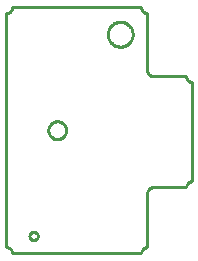
<source format=gbr>
G04 EAGLE Gerber RS-274X export*
G75*
%MOMM*%
%FSLAX34Y34*%
%LPD*%
%IN*%
%IPPOS*%
%AMOC8*
5,1,8,0,0,1.08239X$1,22.5*%
G01*
%ADD10C,0.254000*%


D10*
X0Y5080D02*
X443Y5061D01*
X882Y5003D01*
X1315Y4907D01*
X1737Y4774D01*
X2147Y4604D01*
X2540Y4399D01*
X2914Y4161D01*
X3265Y3892D01*
X3592Y3592D01*
X3892Y3265D01*
X4161Y2914D01*
X4399Y2540D01*
X4604Y2147D01*
X4774Y1737D01*
X4907Y1315D01*
X5003Y882D01*
X5061Y443D01*
X5080Y0D01*
X114300Y0D01*
X114319Y443D01*
X114377Y882D01*
X114473Y1315D01*
X114606Y1737D01*
X114776Y2147D01*
X114981Y2540D01*
X115219Y2914D01*
X115489Y3265D01*
X115788Y3592D01*
X116115Y3892D01*
X116466Y4161D01*
X116840Y4399D01*
X117233Y4604D01*
X117643Y4774D01*
X118065Y4907D01*
X118498Y5003D01*
X118937Y5061D01*
X119380Y5080D01*
X119380Y50800D01*
X119399Y51243D01*
X119457Y51682D01*
X119553Y52115D01*
X119686Y52537D01*
X119856Y52947D01*
X120061Y53340D01*
X120299Y53714D01*
X120569Y54065D01*
X120868Y54392D01*
X121195Y54692D01*
X121546Y54961D01*
X121920Y55199D01*
X122313Y55404D01*
X122723Y55574D01*
X123145Y55707D01*
X123578Y55803D01*
X124017Y55861D01*
X124460Y55880D01*
X152400Y55880D01*
X152419Y56323D01*
X152477Y56762D01*
X152573Y57195D01*
X152706Y57617D01*
X152876Y58027D01*
X153081Y58420D01*
X153319Y58794D01*
X153589Y59145D01*
X153888Y59472D01*
X154215Y59772D01*
X154566Y60041D01*
X154940Y60279D01*
X155333Y60484D01*
X155743Y60654D01*
X156165Y60787D01*
X156598Y60883D01*
X157037Y60941D01*
X157480Y60960D01*
X157480Y144780D01*
X157037Y144799D01*
X156598Y144857D01*
X156165Y144953D01*
X155743Y145086D01*
X155333Y145256D01*
X154940Y145461D01*
X154566Y145699D01*
X154215Y145969D01*
X153888Y146268D01*
X153589Y146595D01*
X153319Y146946D01*
X153081Y147320D01*
X152876Y147713D01*
X152706Y148123D01*
X152573Y148545D01*
X152477Y148978D01*
X152419Y149417D01*
X152400Y149860D01*
X124460Y149860D01*
X124017Y149879D01*
X123578Y149937D01*
X123145Y150033D01*
X122723Y150166D01*
X122313Y150336D01*
X121920Y150541D01*
X121546Y150779D01*
X121195Y151049D01*
X120868Y151348D01*
X120569Y151675D01*
X120299Y152026D01*
X120061Y152400D01*
X119856Y152793D01*
X119686Y153203D01*
X119553Y153625D01*
X119457Y154058D01*
X119399Y154497D01*
X119380Y154940D01*
X119380Y203200D01*
X118937Y203219D01*
X118498Y203277D01*
X118065Y203373D01*
X117643Y203506D01*
X117233Y203676D01*
X116840Y203881D01*
X116466Y204119D01*
X116115Y204389D01*
X115788Y204688D01*
X115489Y205015D01*
X115219Y205366D01*
X114981Y205740D01*
X114776Y206133D01*
X114606Y206543D01*
X114473Y206965D01*
X114377Y207398D01*
X114319Y207837D01*
X114300Y208280D01*
X5080Y208280D01*
X5061Y207837D01*
X5003Y207398D01*
X4907Y206965D01*
X4774Y206543D01*
X4604Y206133D01*
X4399Y205740D01*
X4161Y205366D01*
X3892Y205015D01*
X3592Y204688D01*
X3265Y204389D01*
X2914Y204119D01*
X2540Y203881D01*
X2147Y203676D01*
X1737Y203506D01*
X1315Y203373D01*
X882Y203277D01*
X443Y203219D01*
X0Y203200D01*
X0Y5080D01*
X107020Y185007D02*
X106955Y184185D01*
X106826Y183370D01*
X106634Y182568D01*
X106379Y181783D01*
X106063Y181021D01*
X105688Y180286D01*
X105257Y179582D01*
X104772Y178915D01*
X104236Y178287D01*
X103653Y177704D01*
X103026Y177168D01*
X102358Y176683D01*
X101654Y176252D01*
X100919Y175877D01*
X100157Y175561D01*
X99372Y175306D01*
X98570Y175114D01*
X97755Y174985D01*
X96933Y174920D01*
X96107Y174920D01*
X95285Y174985D01*
X94470Y175114D01*
X93668Y175306D01*
X92883Y175561D01*
X92121Y175877D01*
X91386Y176252D01*
X90682Y176683D01*
X90015Y177168D01*
X89387Y177704D01*
X88804Y178287D01*
X88268Y178915D01*
X87783Y179582D01*
X87352Y180286D01*
X86977Y181021D01*
X86661Y181783D01*
X86406Y182568D01*
X86214Y183370D01*
X86085Y184185D01*
X86020Y185007D01*
X86020Y185833D01*
X86085Y186655D01*
X86214Y187470D01*
X86406Y188272D01*
X86661Y189057D01*
X86977Y189819D01*
X87352Y190554D01*
X87783Y191258D01*
X88268Y191926D01*
X88804Y192553D01*
X89387Y193136D01*
X90015Y193672D01*
X90682Y194157D01*
X91386Y194588D01*
X92121Y194963D01*
X92883Y195279D01*
X93668Y195534D01*
X94470Y195726D01*
X95285Y195855D01*
X96107Y195920D01*
X96933Y195920D01*
X97755Y195855D01*
X98570Y195726D01*
X99372Y195534D01*
X100157Y195279D01*
X100919Y194963D01*
X101654Y194588D01*
X102358Y194157D01*
X103026Y193672D01*
X103653Y193136D01*
X104236Y192553D01*
X104772Y191926D01*
X105257Y191258D01*
X105688Y190554D01*
X106063Y189819D01*
X106379Y189057D01*
X106634Y188272D01*
X106826Y187470D01*
X106955Y186655D01*
X107020Y185833D01*
X107020Y185007D01*
X43548Y111640D02*
X44282Y111568D01*
X45005Y111424D01*
X45710Y111210D01*
X46391Y110928D01*
X47040Y110581D01*
X47653Y110171D01*
X48223Y109704D01*
X48744Y109183D01*
X49211Y108613D01*
X49621Y108000D01*
X49968Y107351D01*
X50250Y106670D01*
X50464Y105965D01*
X50608Y105242D01*
X50680Y104508D01*
X50680Y103772D01*
X50608Y103038D01*
X50464Y102315D01*
X50250Y101610D01*
X49968Y100929D01*
X49621Y100280D01*
X49211Y99667D01*
X48744Y99097D01*
X48223Y98576D01*
X47653Y98109D01*
X47040Y97699D01*
X46391Y97352D01*
X45710Y97070D01*
X45005Y96856D01*
X44282Y96712D01*
X43548Y96640D01*
X42812Y96640D01*
X42078Y96712D01*
X41355Y96856D01*
X40650Y97070D01*
X39969Y97352D01*
X39320Y97699D01*
X38707Y98109D01*
X38137Y98576D01*
X37616Y99097D01*
X37149Y99667D01*
X36739Y100280D01*
X36392Y100929D01*
X36110Y101610D01*
X35896Y102315D01*
X35752Y103038D01*
X35680Y103772D01*
X35680Y104508D01*
X35752Y105242D01*
X35896Y105965D01*
X36110Y106670D01*
X36392Y107351D01*
X36739Y108000D01*
X37149Y108613D01*
X37616Y109183D01*
X38137Y109704D01*
X38707Y110171D01*
X39320Y110581D01*
X39969Y110928D01*
X40650Y111210D01*
X41355Y111424D01*
X42078Y111568D01*
X42812Y111640D01*
X43548Y111640D01*
X23409Y18140D02*
X23864Y18080D01*
X24307Y17961D01*
X24731Y17786D01*
X25129Y17556D01*
X25493Y17277D01*
X25817Y16953D01*
X26096Y16589D01*
X26326Y16191D01*
X26501Y15767D01*
X26620Y15324D01*
X26680Y14869D01*
X26680Y14411D01*
X26620Y13956D01*
X26501Y13513D01*
X26326Y13089D01*
X26096Y12691D01*
X25817Y12327D01*
X25493Y12003D01*
X25129Y11724D01*
X24731Y11494D01*
X24307Y11319D01*
X23864Y11200D01*
X23409Y11140D01*
X22951Y11140D01*
X22496Y11200D01*
X22053Y11319D01*
X21629Y11494D01*
X21231Y11724D01*
X20867Y12003D01*
X20543Y12327D01*
X20264Y12691D01*
X20034Y13089D01*
X19859Y13513D01*
X19740Y13956D01*
X19680Y14411D01*
X19680Y14869D01*
X19740Y15324D01*
X19859Y15767D01*
X20034Y16191D01*
X20264Y16589D01*
X20543Y16953D01*
X20867Y17277D01*
X21231Y17556D01*
X21629Y17786D01*
X22053Y17961D01*
X22496Y18080D01*
X22951Y18140D01*
X23409Y18140D01*
M02*

</source>
